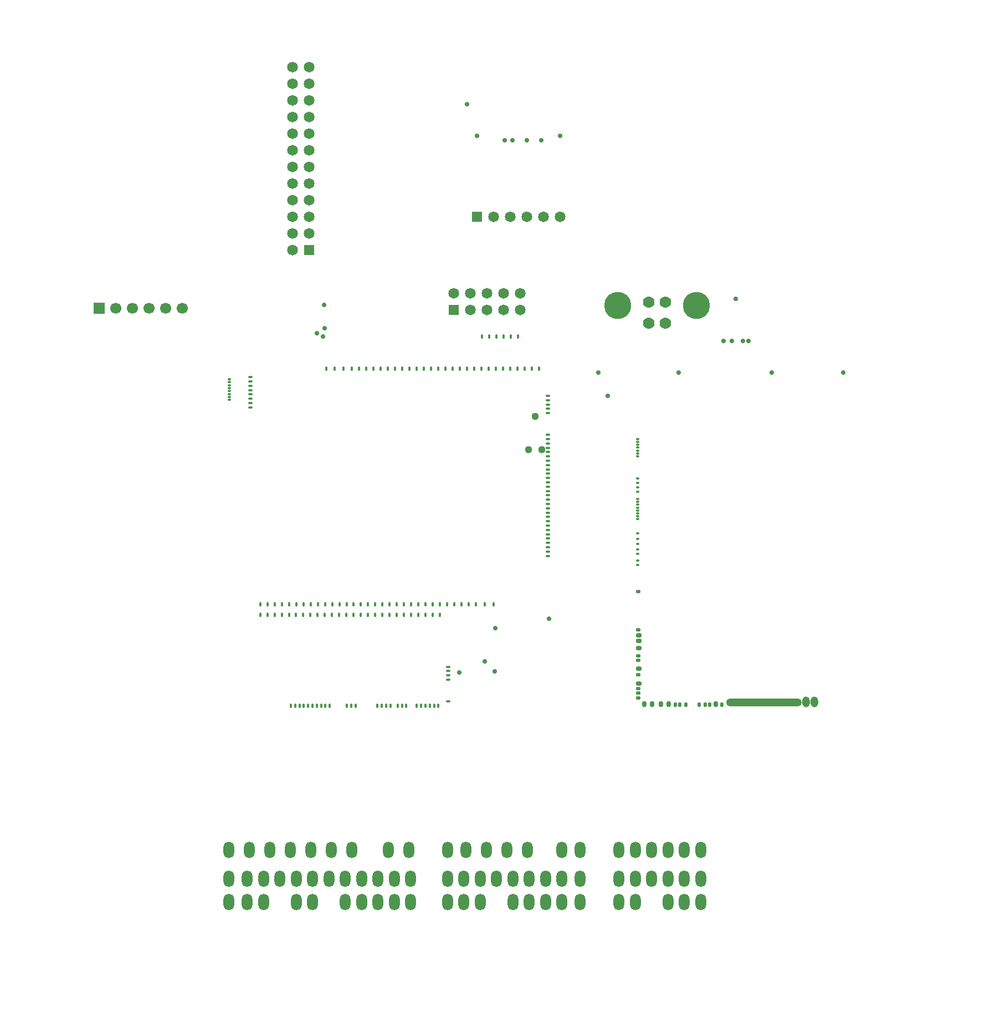
<source format=gbs>
G75*
G70*
%OFA0B0*%
%FSLAX25Y25*%
%IPPOS*%
%LPD*%
%AMOC8*
5,1,8,0,0,1.08239X$1,22.5*
%
%AMM57*
21,1,0.015350,0.009840,0.000000,0.000000,180.000000*
21,1,0.000000,0.025200,0.000000,0.000000,180.000000*
1,1,0.015350,0.000000,0.004920*
1,1,0.015350,0.000000,0.004920*
1,1,0.015350,0.000000,-0.004920*
1,1,0.015350,0.000000,-0.004920*
%
%AMM58*
21,1,0.015350,0.009840,0.000000,0.000000,90.000000*
21,1,0.000000,0.025200,0.000000,0.000000,90.000000*
1,1,0.015350,0.004920,0.000000*
1,1,0.015350,0.004920,0.000000*
1,1,0.015350,-0.004920,0.000000*
1,1,0.015350,-0.004920,0.000000*
%
%AMM72*
21,1,0.015350,0.009840,0.000000,0.000000,0.000000*
21,1,0.000000,0.025200,0.000000,0.000000,0.000000*
1,1,0.015350,0.000000,-0.004920*
1,1,0.015350,0.000000,-0.004920*
1,1,0.015350,0.000000,0.004920*
1,1,0.015350,0.000000,0.004920*
%
%ADD122O,0.02913X0.02126*%
%ADD126O,0.04488X0.06457*%
%ADD144M58*%
%ADD17C,0.06951*%
%ADD171O,0.45433X0.04882*%
%ADD173M72*%
%ADD218O,0.06457X0.10000*%
%ADD225R,0.06457X0.06457*%
%ADD237C,0.00551*%
%ADD240O,0.02913X0.03701*%
%ADD250O,0.02126X0.01339*%
%ADD260M57*%
%ADD29C,0.16299*%
%ADD35C,0.06693*%
%ADD44R,0.06693X0.06693*%
%ADD64O,0.02126X0.02913*%
%ADD66C,0.06457*%
%ADD70O,0.03701X0.02913*%
%ADD77C,0.02913*%
%ADD91C,0.04451*%
X0000000Y0000000D02*
G01*
G75*
D126*
X0495282Y0198873D02*
D03*
X0490337Y0198873D02*
D03*
D70*
X0389652Y0238834D02*
D03*
X0389652Y0235389D02*
D03*
X0389652Y0231156D02*
D03*
X0389652Y0218853D02*
D03*
X0389652Y0209896D02*
D03*
D29*
X0424193Y0437106D02*
D03*
X0376791Y0437106D02*
D03*
D77*
X0342339Y0539012D02*
D03*
X0308957Y0536339D02*
D03*
X0292323Y0538976D02*
D03*
X0322146Y0536339D02*
D03*
X0330906Y0536339D02*
D03*
X0313583Y0536339D02*
D03*
X0286122Y0558287D02*
D03*
X0365302Y0396850D02*
D03*
X0413583Y0396850D02*
D03*
X0370768Y0382677D02*
D03*
X0512402Y0396850D02*
D03*
X0469488Y0396850D02*
D03*
X0447756Y0441043D02*
D03*
X0445571Y0415748D02*
D03*
X0440551Y0415748D02*
D03*
X0455610Y0415748D02*
D03*
X0452067Y0415748D02*
D03*
X0196043Y0420394D02*
D03*
X0199488Y0418327D02*
D03*
X0200669Y0423346D02*
D03*
X0200374Y0437323D02*
D03*
X0303199Y0243258D02*
D03*
X0281693Y0216634D02*
D03*
X0303012Y0217224D02*
D03*
X0335531Y0248819D02*
D03*
X0296919Y0223002D02*
D03*
D218*
X0397244Y0109843D02*
D03*
X0142913Y0109843D02*
D03*
X0155236Y0109843D02*
D03*
X0167559Y0109843D02*
D03*
X0179882Y0109843D02*
D03*
X0192205Y0109843D02*
D03*
X0204528Y0109843D02*
D03*
X0216850Y0109843D02*
D03*
X0426772Y0109843D02*
D03*
X0416929Y0109843D02*
D03*
X0426772Y0092520D02*
D03*
X0426772Y0078347D02*
D03*
X0416929Y0092520D02*
D03*
X0416929Y0078347D02*
D03*
X0407087Y0109843D02*
D03*
X0407087Y0092520D02*
D03*
X0407087Y0078347D02*
D03*
X0397244Y0092520D02*
D03*
X0387402Y0109843D02*
D03*
X0387402Y0092520D02*
D03*
X0387402Y0078347D02*
D03*
X0377559Y0109843D02*
D03*
X0377559Y0092520D02*
D03*
X0377559Y0078347D02*
D03*
X0354331Y0109843D02*
D03*
X0354331Y0092520D02*
D03*
X0354331Y0078347D02*
D03*
X0343307Y0109843D02*
D03*
X0343307Y0092520D02*
D03*
X0343307Y0078347D02*
D03*
X0333465Y0092520D02*
D03*
X0333465Y0078347D02*
D03*
X0322402Y0109843D02*
D03*
X0323622Y0092520D02*
D03*
X0323622Y0078347D02*
D03*
X0310079Y0109843D02*
D03*
X0313779Y0092520D02*
D03*
X0313779Y0078347D02*
D03*
X0297756Y0109843D02*
D03*
X0303937Y0092520D02*
D03*
X0294094Y0092520D02*
D03*
X0294094Y0078347D02*
D03*
X0285433Y0109843D02*
D03*
X0284252Y0092520D02*
D03*
X0284252Y0078347D02*
D03*
X0274409Y0109843D02*
D03*
X0274409Y0092520D02*
D03*
X0274409Y0078347D02*
D03*
X0251181Y0109843D02*
D03*
X0252362Y0092520D02*
D03*
X0252362Y0078347D02*
D03*
X0238858Y0109843D02*
D03*
X0242520Y0092520D02*
D03*
X0242520Y0078347D02*
D03*
X0232677Y0092520D02*
D03*
X0232677Y0078347D02*
D03*
X0222835Y0092520D02*
D03*
X0222835Y0078347D02*
D03*
X0212992Y0092520D02*
D03*
X0212992Y0078347D02*
D03*
X0203150Y0092520D02*
D03*
X0193307Y0078347D02*
D03*
X0193307Y0092520D02*
D03*
X0183465Y0078347D02*
D03*
X0183465Y0092520D02*
D03*
X0173622Y0092520D02*
D03*
X0163779Y0078347D02*
D03*
X0163779Y0092520D02*
D03*
X0153937Y0078347D02*
D03*
X0153937Y0092520D02*
D03*
X0142913Y0078347D02*
D03*
X0142913Y0092520D02*
D03*
D237*
X0397244Y0056890D02*
D03*
X0173622Y0056890D02*
D03*
X0019879Y0279921D02*
D03*
X0586614Y0020079D02*
D03*
X0586614Y0605905D02*
D03*
X0019685Y0605905D02*
D03*
X0019685Y0020079D02*
D03*
X0044272Y0484803D02*
D03*
X0135256Y0484803D02*
D03*
D17*
X0395571Y0426437D02*
D03*
X0395571Y0439094D02*
D03*
X0405413Y0439094D02*
D03*
X0405413Y0426437D02*
D03*
D225*
X0292126Y0490551D02*
D03*
D66*
X0302126Y0490551D02*
D03*
X0312126Y0490551D02*
D03*
X0322126Y0490551D02*
D03*
X0332126Y0490551D02*
D03*
X0342126Y0490551D02*
D03*
X0181142Y0470472D02*
D03*
X0191142Y0480472D02*
D03*
X0181142Y0480472D02*
D03*
X0191142Y0490472D02*
D03*
X0181142Y0490472D02*
D03*
X0191142Y0500472D02*
D03*
X0181142Y0500472D02*
D03*
X0191142Y0510472D02*
D03*
X0181142Y0510472D02*
D03*
X0191142Y0520472D02*
D03*
X0181142Y0520472D02*
D03*
X0191142Y0530472D02*
D03*
X0181142Y0530472D02*
D03*
X0191142Y0540472D02*
D03*
X0181142Y0540472D02*
D03*
X0191142Y0550472D02*
D03*
X0181142Y0550472D02*
D03*
X0191142Y0560472D02*
D03*
X0181142Y0560472D02*
D03*
X0191142Y0570472D02*
D03*
X0181142Y0570472D02*
D03*
X0191142Y0580472D02*
D03*
X0181142Y0580472D02*
D03*
D225*
X0191142Y0470472D02*
D03*
D44*
X0064764Y0435433D02*
D03*
D35*
X0074764Y0435433D02*
D03*
X0084764Y0435433D02*
D03*
X0094764Y0435433D02*
D03*
X0104764Y0435433D02*
D03*
X0114764Y0435433D02*
D03*
D260*
X0316732Y0418602D02*
D03*
X0312402Y0418602D02*
D03*
X0308071Y0418602D02*
D03*
X0303740Y0418602D02*
D03*
X0299409Y0418602D02*
D03*
X0295079Y0418602D02*
D03*
X0329626Y0399024D02*
D03*
X0161752Y0257571D02*
D03*
X0183406Y0257571D02*
D03*
X0187736Y0257571D02*
D03*
X0312303Y0399024D02*
D03*
X0307972Y0399024D02*
D03*
X0303642Y0399024D02*
D03*
X0299311Y0399024D02*
D03*
X0294980Y0399024D02*
D03*
X0290650Y0399024D02*
D03*
X0286319Y0399024D02*
D03*
X0281988Y0399024D02*
D03*
X0277657Y0399024D02*
D03*
X0273327Y0399024D02*
D03*
X0268996Y0399024D02*
D03*
X0264665Y0399024D02*
D03*
X0260335Y0399024D02*
D03*
X0256004Y0399024D02*
D03*
X0251673Y0399024D02*
D03*
X0247342Y0399024D02*
D03*
X0243012Y0399024D02*
D03*
X0238681Y0399024D02*
D03*
X0234350Y0399024D02*
D03*
X0230020Y0399024D02*
D03*
X0225689Y0399024D02*
D03*
X0221358Y0399024D02*
D03*
X0201398Y0399024D02*
D03*
X0206594Y0399024D02*
D03*
X0211791Y0399024D02*
D03*
X0217028Y0399024D02*
D03*
X0192067Y0257571D02*
D03*
X0196398Y0257571D02*
D03*
X0200729Y0257571D02*
D03*
X0205059Y0257571D02*
D03*
X0209390Y0257571D02*
D03*
X0213721Y0257571D02*
D03*
X0218051Y0257571D02*
D03*
X0222382Y0257571D02*
D03*
X0226713Y0257571D02*
D03*
X0231043Y0257571D02*
D03*
X0235374Y0257571D02*
D03*
X0239705Y0257571D02*
D03*
X0244036Y0257571D02*
D03*
X0248366Y0257571D02*
D03*
X0252697Y0257571D02*
D03*
X0257028Y0257571D02*
D03*
X0261358Y0257571D02*
D03*
X0265689Y0257571D02*
D03*
X0270020Y0257571D02*
D03*
X0274350Y0257571D02*
D03*
X0278681Y0257571D02*
D03*
X0283012Y0257571D02*
D03*
X0302067Y0257571D02*
D03*
X0296870Y0257571D02*
D03*
X0291673Y0257571D02*
D03*
X0287343Y0257571D02*
D03*
X0166083Y0257571D02*
D03*
X0170414Y0257571D02*
D03*
X0174744Y0257571D02*
D03*
X0179075Y0257571D02*
D03*
X0325295Y0399024D02*
D03*
X0320964Y0399024D02*
D03*
X0316634Y0399024D02*
D03*
X0270000Y0251287D02*
D03*
X0265669Y0251287D02*
D03*
X0261338Y0251287D02*
D03*
X0257008Y0251287D02*
D03*
X0252677Y0251287D02*
D03*
X0248346Y0251287D02*
D03*
X0244016Y0251287D02*
D03*
X0239685Y0251287D02*
D03*
X0235354Y0251287D02*
D03*
X0231024Y0251287D02*
D03*
X0226693Y0251287D02*
D03*
X0222362Y0251287D02*
D03*
X0218031Y0251287D02*
D03*
X0213701Y0251287D02*
D03*
X0209370Y0251287D02*
D03*
X0205039Y0251287D02*
D03*
X0200709Y0251287D02*
D03*
X0196378Y0251287D02*
D03*
X0192047Y0251287D02*
D03*
X0187716Y0251287D02*
D03*
X0183386Y0251287D02*
D03*
X0179055Y0251287D02*
D03*
X0180217Y0196319D02*
D03*
X0182815Y0196319D02*
D03*
X0185413Y0196319D02*
D03*
X0188012Y0196319D02*
D03*
X0190610Y0196319D02*
D03*
X0193209Y0196319D02*
D03*
X0195807Y0196319D02*
D03*
X0198406Y0196319D02*
D03*
X0201004Y0196319D02*
D03*
X0203602Y0196319D02*
D03*
X0214020Y0196319D02*
D03*
X0216618Y0196319D02*
D03*
X0219217Y0196319D02*
D03*
X0232311Y0196319D02*
D03*
X0234910Y0196319D02*
D03*
X0237508Y0196319D02*
D03*
X0240107Y0196319D02*
D03*
X0244520Y0196319D02*
D03*
X0247118Y0196319D02*
D03*
X0249717Y0196319D02*
D03*
X0256020Y0196319D02*
D03*
X0258618Y0196319D02*
D03*
X0261217Y0196319D02*
D03*
X0263815Y0196319D02*
D03*
X0266413Y0196319D02*
D03*
X0269012Y0196319D02*
D03*
X0161732Y0251287D02*
D03*
X0166063Y0251287D02*
D03*
X0170394Y0251287D02*
D03*
X0174724Y0251287D02*
D03*
D250*
X0388864Y0356845D02*
D03*
X0388864Y0355113D02*
D03*
X0388864Y0353381D02*
D03*
X0388864Y0351648D02*
D03*
X0388864Y0349916D02*
D03*
X0388864Y0348184D02*
D03*
X0388864Y0346452D02*
D03*
X0388864Y0333046D02*
D03*
X0388864Y0330448D02*
D03*
X0388864Y0327849D02*
D03*
X0388864Y0325251D02*
D03*
X0388864Y0320822D02*
D03*
X0388864Y0319089D02*
D03*
X0388864Y0317357D02*
D03*
X0388864Y0315625D02*
D03*
X0388864Y0313893D02*
D03*
X0388864Y0312160D02*
D03*
X0388864Y0310428D02*
D03*
X0388864Y0308696D02*
D03*
X0388864Y0300054D02*
D03*
X0388864Y0296921D02*
D03*
X0388864Y0293771D02*
D03*
X0388864Y0290621D02*
D03*
X0388864Y0281078D02*
D03*
X0388864Y0283676D02*
D03*
X0388864Y0287849D02*
D03*
D122*
X0389278Y0265113D02*
D03*
X0389278Y0242082D02*
D03*
X0389278Y0201256D02*
D03*
X0389278Y0203991D02*
D03*
X0389278Y0206669D02*
D03*
X0389278Y0215035D02*
D03*
X0389278Y0223873D02*
D03*
X0389278Y0226432D02*
D03*
D240*
X0392821Y0197593D02*
D03*
X0397447Y0197593D02*
D03*
X0402762Y0197593D02*
D03*
X0407388Y0197593D02*
D03*
X0435734Y0197593D02*
D03*
D171*
X0464967Y0198381D02*
D03*
D64*
X0439573Y0197200D02*
D03*
X0432310Y0197200D02*
D03*
X0425913Y0197200D02*
D03*
X0411404Y0197200D02*
D03*
X0414200Y0197200D02*
D03*
X0417743Y0197200D02*
D03*
X0429435Y0197200D02*
D03*
D250*
X0143327Y0380384D02*
D03*
X0143327Y0382156D02*
D03*
X0143327Y0383927D02*
D03*
X0143327Y0385699D02*
D03*
X0143327Y0387502D02*
D03*
X0143327Y0389273D02*
D03*
X0143327Y0391045D02*
D03*
X0143327Y0392816D02*
D03*
D144*
X0155807Y0375905D02*
D03*
X0155807Y0378504D02*
D03*
X0155807Y0381102D02*
D03*
X0155807Y0383701D02*
D03*
X0155807Y0386299D02*
D03*
X0155807Y0388898D02*
D03*
X0155807Y0391496D02*
D03*
X0155807Y0394094D02*
D03*
X0335047Y0307421D02*
D03*
X0335047Y0310020D02*
D03*
X0335047Y0312618D02*
D03*
X0335047Y0315216D02*
D03*
X0335047Y0317815D02*
D03*
X0335047Y0320413D02*
D03*
X0335047Y0323012D02*
D03*
X0335047Y0325610D02*
D03*
X0335047Y0328209D02*
D03*
X0335047Y0330807D02*
D03*
X0335047Y0333405D02*
D03*
X0335047Y0336004D02*
D03*
X0335047Y0338602D02*
D03*
X0335047Y0341201D02*
D03*
X0335047Y0343799D02*
D03*
X0335047Y0346398D02*
D03*
X0335047Y0348996D02*
D03*
X0335047Y0351594D02*
D03*
X0335047Y0354193D02*
D03*
X0335047Y0356791D02*
D03*
X0335047Y0359390D02*
D03*
X0335047Y0372382D02*
D03*
X0335047Y0382776D02*
D03*
X0335047Y0380177D02*
D03*
X0335047Y0377579D02*
D03*
X0335047Y0374980D02*
D03*
X0335047Y0286634D02*
D03*
X0335047Y0289232D02*
D03*
X0335047Y0291831D02*
D03*
X0335047Y0294429D02*
D03*
X0335047Y0297027D02*
D03*
X0335047Y0299626D02*
D03*
X0335047Y0302224D02*
D03*
X0335047Y0304823D02*
D03*
X0275000Y0212119D02*
D03*
X0275000Y0214717D02*
D03*
X0275000Y0217316D02*
D03*
X0275000Y0219914D02*
D03*
X0275000Y0199127D02*
D03*
X0154331Y0194882D02*
G01*
G75*
D173*
X0270000Y0251288D02*
D03*
X0265669Y0251288D02*
D03*
X0261339Y0251288D02*
D03*
X0257008Y0251288D02*
D03*
X0252677Y0251288D02*
D03*
X0248347Y0251288D02*
D03*
X0244016Y0251288D02*
D03*
X0239685Y0251288D02*
D03*
X0235355Y0251288D02*
D03*
X0231024Y0251288D02*
D03*
X0226693Y0251288D02*
D03*
X0222362Y0251288D02*
D03*
X0218032Y0251288D02*
D03*
X0213701Y0251288D02*
D03*
X0209370Y0251288D02*
D03*
X0205040Y0251288D02*
D03*
X0200709Y0251288D02*
D03*
X0196378Y0251288D02*
D03*
X0192047Y0251288D02*
D03*
X0187717Y0251288D02*
D03*
X0183386Y0251288D02*
D03*
X0179055Y0251288D02*
D03*
X0180217Y0196319D02*
D03*
X0182815Y0196319D02*
D03*
X0185414Y0196319D02*
D03*
X0188012Y0196319D02*
D03*
X0190611Y0196319D02*
D03*
X0193209Y0196319D02*
D03*
X0195807Y0196319D02*
D03*
X0198406Y0196319D02*
D03*
X0201004Y0196319D02*
D03*
X0203603Y0196319D02*
D03*
X0214020Y0196319D02*
D03*
X0216618Y0196319D02*
D03*
X0219217Y0196319D02*
D03*
X0232312Y0196319D02*
D03*
X0234910Y0196319D02*
D03*
X0237509Y0196319D02*
D03*
X0240107Y0196319D02*
D03*
X0244520Y0196319D02*
D03*
X0247118Y0196319D02*
D03*
X0249717Y0196319D02*
D03*
X0256020Y0196319D02*
D03*
X0258618Y0196319D02*
D03*
X0261217Y0196319D02*
D03*
X0263815Y0196319D02*
D03*
X0266414Y0196319D02*
D03*
X0269012Y0196319D02*
D03*
X0161733Y0251288D02*
D03*
X0166063Y0251288D02*
D03*
X0170394Y0251288D02*
D03*
X0174725Y0251288D02*
D03*
D144*
X0275000Y0212119D02*
D03*
X0275000Y0214717D02*
D03*
X0275000Y0217316D02*
D03*
X0275000Y0219914D02*
D03*
X0275000Y0199127D02*
D03*
X0153937Y0255512D02*
G01*
G75*
D91*
X0323362Y0350433D02*
D03*
X0331362Y0350433D02*
D03*
X0327362Y0370433D02*
D03*
D173*
X0329626Y0399024D02*
D03*
X0161752Y0257571D02*
D03*
X0183406Y0257571D02*
D03*
X0187736Y0257571D02*
D03*
X0312303Y0399024D02*
D03*
X0307972Y0399024D02*
D03*
X0303642Y0399024D02*
D03*
X0299311Y0399024D02*
D03*
X0294980Y0399024D02*
D03*
X0290650Y0399024D02*
D03*
X0286319Y0399024D02*
D03*
X0281988Y0399024D02*
D03*
X0277657Y0399024D02*
D03*
X0273327Y0399024D02*
D03*
X0268996Y0399024D02*
D03*
X0264665Y0399024D02*
D03*
X0260335Y0399024D02*
D03*
X0256004Y0399024D02*
D03*
X0251673Y0399024D02*
D03*
X0247342Y0399024D02*
D03*
X0243012Y0399024D02*
D03*
X0238681Y0399024D02*
D03*
X0234350Y0399024D02*
D03*
X0230020Y0399024D02*
D03*
X0225689Y0399024D02*
D03*
X0221358Y0399024D02*
D03*
X0201398Y0399024D02*
D03*
X0206595Y0399024D02*
D03*
X0211791Y0399024D02*
D03*
X0217028Y0399024D02*
D03*
X0192067Y0257571D02*
D03*
X0196398Y0257571D02*
D03*
X0200728Y0257571D02*
D03*
X0205059Y0257571D02*
D03*
X0209390Y0257571D02*
D03*
X0213721Y0257571D02*
D03*
X0218051Y0257571D02*
D03*
X0222382Y0257571D02*
D03*
X0226713Y0257571D02*
D03*
X0231043Y0257571D02*
D03*
X0235374Y0257571D02*
D03*
X0239705Y0257571D02*
D03*
X0244036Y0257571D02*
D03*
X0248366Y0257571D02*
D03*
X0252697Y0257571D02*
D03*
X0257028Y0257571D02*
D03*
X0261358Y0257571D02*
D03*
X0265689Y0257571D02*
D03*
X0270020Y0257571D02*
D03*
X0274350Y0257571D02*
D03*
X0278681Y0257571D02*
D03*
X0283012Y0257571D02*
D03*
X0302067Y0257571D02*
D03*
X0296870Y0257571D02*
D03*
X0291673Y0257571D02*
D03*
X0287342Y0257571D02*
D03*
X0166083Y0257571D02*
D03*
X0170414Y0257571D02*
D03*
X0174744Y0257571D02*
D03*
X0179075Y0257571D02*
D03*
X0325295Y0399024D02*
D03*
X0320964Y0399024D02*
D03*
X0316634Y0399024D02*
D03*
D144*
X0155807Y0375906D02*
D03*
X0155807Y0378504D02*
D03*
X0155807Y0381103D02*
D03*
X0155807Y0383701D02*
D03*
X0155807Y0386299D02*
D03*
X0155807Y0388898D02*
D03*
X0155807Y0391496D02*
D03*
X0155807Y0394095D02*
D03*
X0335047Y0307421D02*
D03*
X0335047Y0310020D02*
D03*
X0335047Y0312618D02*
D03*
X0335047Y0315217D02*
D03*
X0335047Y0317815D02*
D03*
X0335047Y0320414D02*
D03*
X0335047Y0323012D02*
D03*
X0335047Y0325610D02*
D03*
X0335047Y0328209D02*
D03*
X0335047Y0330807D02*
D03*
X0335047Y0333406D02*
D03*
X0335047Y0336004D02*
D03*
X0335047Y0338603D02*
D03*
X0335047Y0341201D02*
D03*
X0335047Y0343799D02*
D03*
X0335047Y0346398D02*
D03*
X0335047Y0348996D02*
D03*
X0335047Y0351595D02*
D03*
X0335047Y0354193D02*
D03*
X0335047Y0356791D02*
D03*
X0335047Y0359390D02*
D03*
X0335047Y0372382D02*
D03*
X0335047Y0382776D02*
D03*
X0335047Y0380177D02*
D03*
X0335047Y0377579D02*
D03*
X0335047Y0374980D02*
D03*
X0335047Y0286634D02*
D03*
X0335047Y0289232D02*
D03*
X0335047Y0291831D02*
D03*
X0335047Y0294429D02*
D03*
X0335047Y0297028D02*
D03*
X0335047Y0299626D02*
D03*
X0335047Y0302225D02*
D03*
X0335047Y0304823D02*
D03*
X0362795Y0370472D02*
G01*
G75*
D77*
X0469488Y0396850D02*
D03*
X0512401Y0396850D02*
D03*
X0370767Y0382677D02*
D03*
X0413582Y0396850D02*
D03*
X0365302Y0396850D02*
D03*
X0272638Y0504842D02*
G01*
G75*
D77*
X0286122Y0558287D02*
D03*
X0313583Y0536338D02*
D03*
X0330906Y0536338D02*
D03*
X0322146Y0536338D02*
D03*
X0292323Y0538976D02*
D03*
X0308957Y0536338D02*
D03*
X0342339Y0539012D02*
D03*
X0278248Y0213780D02*
G01*
G75*
D77*
X0296919Y0223003D02*
D03*
X0335532Y0248819D02*
D03*
X0303012Y0217225D02*
D03*
X0281693Y0216634D02*
D03*
X0303199Y0243258D02*
D03*
X0175787Y0167421D02*
G01*
G75*
X0387795Y0195669D02*
G01*
G75*
D70*
X0389651Y0209896D02*
D03*
X0389651Y0218853D02*
D03*
X0389651Y0231156D02*
D03*
X0389651Y0235388D02*
D03*
X0389651Y0238833D02*
D03*
D126*
X0490337Y0198873D02*
D03*
X0495281Y0198873D02*
D03*
D64*
X0429435Y0197199D02*
D03*
X0417743Y0197199D02*
D03*
X0414200Y0197199D02*
D03*
X0411403Y0197199D02*
D03*
X0425912Y0197199D02*
D03*
X0432310Y0197199D02*
D03*
X0439573Y0197199D02*
D03*
D122*
X0389278Y0226432D02*
D03*
X0389278Y0223873D02*
D03*
X0389278Y0215035D02*
D03*
X0389278Y0206669D02*
D03*
X0389278Y0203991D02*
D03*
X0389278Y0201255D02*
D03*
X0389278Y0242081D02*
D03*
X0389278Y0265113D02*
D03*
D240*
X0435734Y0197593D02*
D03*
X0407388Y0197593D02*
D03*
X0402762Y0197593D02*
D03*
X0397447Y0197593D02*
D03*
X0392821Y0197593D02*
D03*
D171*
X0464966Y0198381D02*
D03*
D250*
X0388864Y0287849D02*
D03*
X0388864Y0283676D02*
D03*
X0388864Y0281077D02*
D03*
X0388864Y0290621D02*
D03*
X0388864Y0293771D02*
D03*
X0388864Y0296920D02*
D03*
X0388864Y0300054D02*
D03*
X0388864Y0308695D02*
D03*
X0388864Y0310428D02*
D03*
X0388864Y0312160D02*
D03*
X0388864Y0313892D02*
D03*
X0388864Y0315625D02*
D03*
X0388864Y0317357D02*
D03*
X0388864Y0319089D02*
D03*
X0388864Y0320821D02*
D03*
X0388864Y0325250D02*
D03*
X0388864Y0327849D02*
D03*
X0388864Y0330447D02*
D03*
X0388864Y0333046D02*
D03*
X0388864Y0346451D02*
D03*
X0388864Y0348184D02*
D03*
X0388864Y0349916D02*
D03*
X0388864Y0351648D02*
D03*
X0388864Y0353381D02*
D03*
X0388864Y0355113D02*
D03*
X0388864Y0356845D02*
D03*
X0079527Y0378740D02*
G01*
G75*
D250*
X0143326Y0380384D02*
D03*
X0143326Y0382156D02*
D03*
X0143326Y0383927D02*
D03*
X0143326Y0385699D02*
D03*
X0143326Y0387501D02*
D03*
X0143326Y0389273D02*
D03*
X0143326Y0391045D02*
D03*
X0143326Y0392816D02*
D03*
X0437106Y0403150D02*
G01*
G75*
D77*
X0452067Y0415748D02*
D03*
X0455610Y0415748D02*
D03*
X0440551Y0415748D02*
D03*
X0445571Y0415748D02*
D03*
X0447756Y0441044D02*
D03*
X0169173Y0412913D02*
G01*
G75*
D77*
X0200374Y0437322D02*
D03*
X0200669Y0423346D02*
D03*
X0199488Y0418326D02*
D03*
X0196043Y0420393D02*
D03*
X0270571Y0417028D02*
G01*
G75*
D66*
X0318228Y0444371D02*
D03*
X0318228Y0434371D02*
D03*
X0308228Y0444371D02*
D03*
X0308228Y0434371D02*
D03*
X0298228Y0444371D02*
D03*
X0298228Y0434371D02*
D03*
X0288228Y0444371D02*
D03*
X0288228Y0434371D02*
D03*
X0278228Y0444371D02*
D03*
D225*
X0278228Y0434371D02*
D03*
D260*
X0295079Y0418603D02*
D03*
X0299410Y0418603D02*
D03*
X0303740Y0418603D02*
D03*
X0308071Y0418603D02*
D03*
X0312402Y0418603D02*
D03*
X0316732Y0418603D02*
D03*
M02*

</source>
